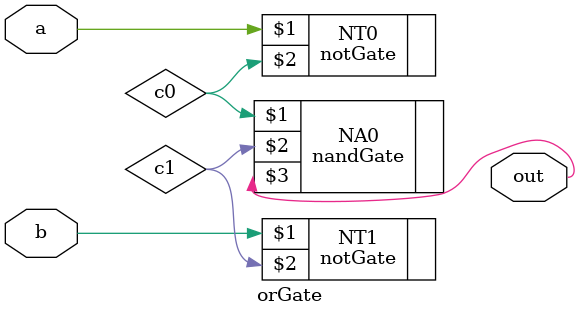
<source format=v>
module orGate(
    input a,
    input b,
    output out
    );
	 
	 wire c0, c1;
	 
	 notGate NT0 (a, c0);
	 notGate NT1 (b, c1);
	 
	 nandGate NA0 (c0, c1, out);

endmodule

</source>
